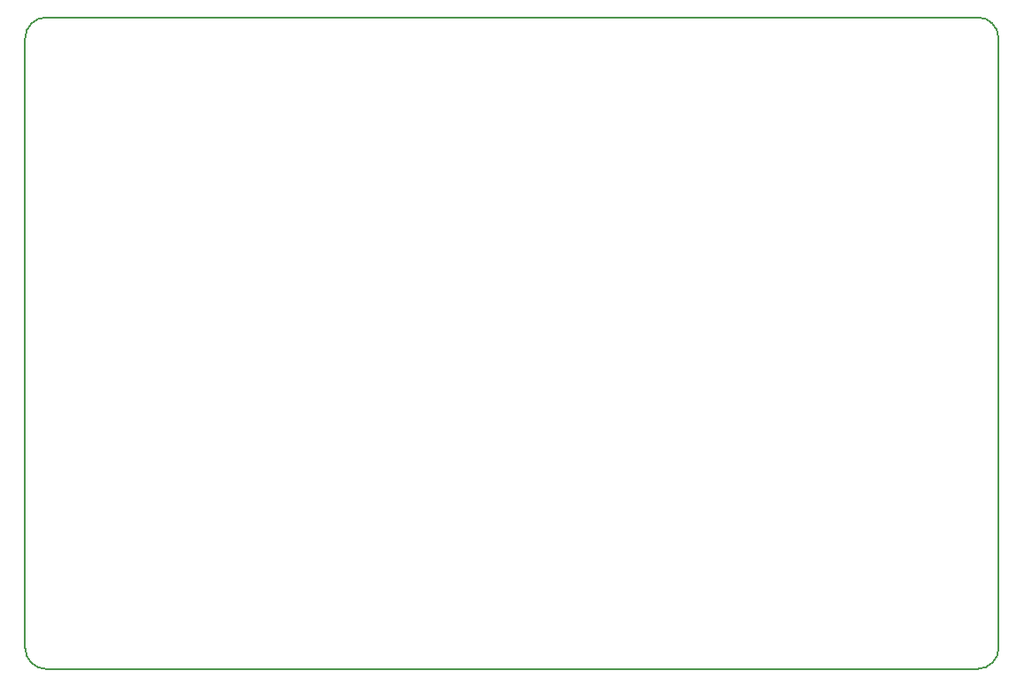
<source format=gm1>
G04 #@! TF.FileFunction,Profile,NP*
%FSLAX46Y46*%
G04 Gerber Fmt 4.6, Leading zero omitted, Abs format (unit mm)*
G04 Created by KiCad (PCBNEW 4.0.5+dfsg1-4) date Sun Dec 23 19:03:49 2018*
%MOMM*%
%LPD*%
G01*
G04 APERTURE LIST*
%ADD10C,0.100000*%
%ADD11C,0.150000*%
G04 APERTURE END LIST*
D10*
D11*
X89600000Y-44000000D02*
G75*
G03X87600000Y-46000000I0J-2000000D01*
G01*
X180800000Y-46000000D02*
G75*
G03X178800000Y-44000000I-2000000J0D01*
G01*
X178800000Y-106400000D02*
G75*
G03X180800000Y-104400000I0J2000000D01*
G01*
X87600000Y-104400000D02*
G75*
G03X89600000Y-106400000I2000000J0D01*
G01*
X87600000Y-104400000D02*
X87600000Y-46000000D01*
X178800000Y-106400000D02*
X89600000Y-106400000D01*
X180800000Y-46000000D02*
X180800000Y-104400000D01*
X89600000Y-44000000D02*
X178800000Y-44000000D01*
M02*

</source>
